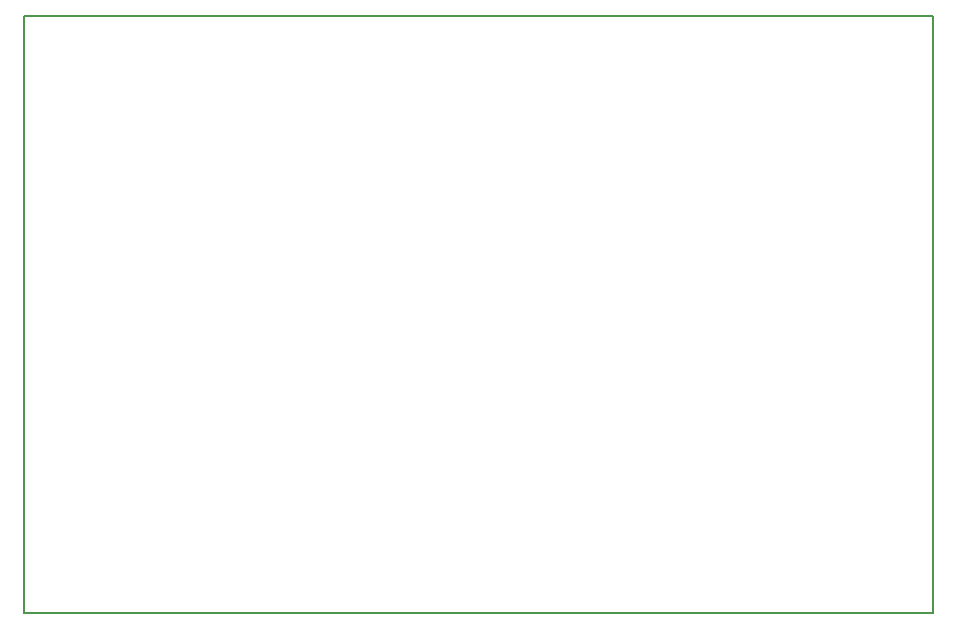
<source format=gbr>
%TF.GenerationSoftware,KiCad,Pcbnew,9.0.7-9.0.7~ubuntu24.04.1*%
%TF.CreationDate,2026-01-13T19:14:42-08:00*%
%TF.ProjectId,PIMU Suite,50494d55-2053-4756-9974-652e6b696361,4*%
%TF.SameCoordinates,Original*%
%TF.FileFunction,Profile,NP*%
%FSLAX46Y46*%
G04 Gerber Fmt 4.6, Leading zero omitted, Abs format (unit mm)*
G04 Created by KiCad (PCBNEW 9.0.7-9.0.7~ubuntu24.04.1) date 2026-01-13 19:14:42*
%MOMM*%
%LPD*%
G01*
G04 APERTURE LIST*
%TA.AperFunction,Profile*%
%ADD10C,0.200000*%
%TD*%
G04 APERTURE END LIST*
D10*
X106120000Y-72200000D02*
X183120000Y-72200000D01*
X183120000Y-122700000D01*
X106120000Y-122700000D01*
X106120000Y-72200000D01*
M02*

</source>
